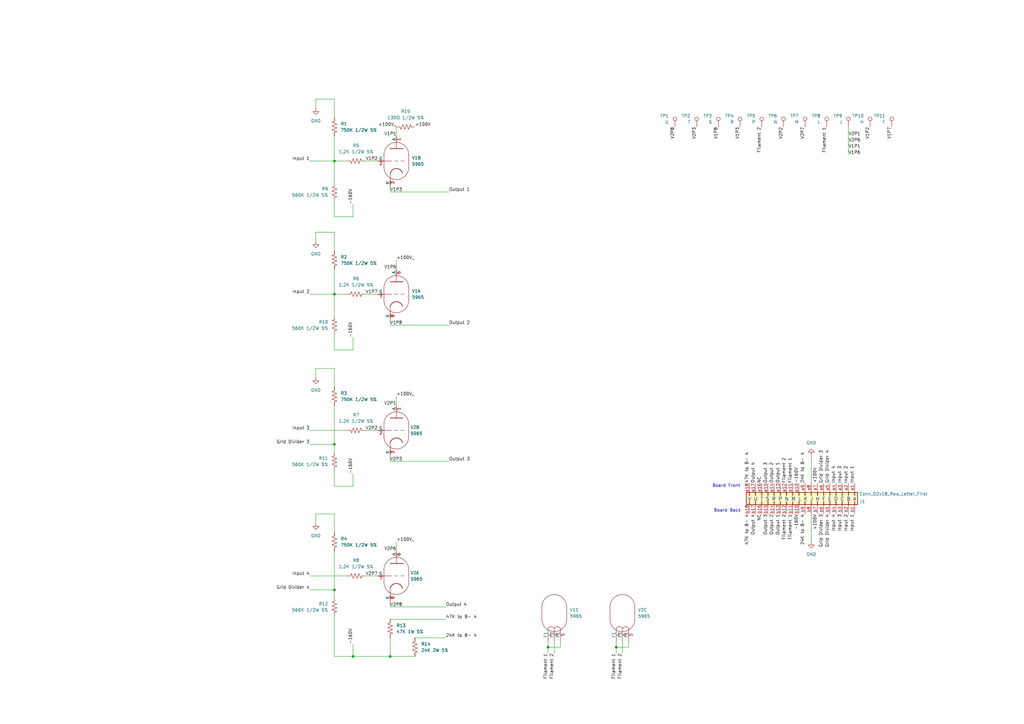
<source format=kicad_sch>
(kicad_sch (version 20211123) (generator eeschema)
  (paper "A3")
  (lib_symbols
    (symbol "Connector:TestPoint" (pin_numbers hide) (pin_names (offset 0.762) hide)
      (property "Reference" "TP" (at 0 6.858 0))
      (property "Value" "TestPoint" (at 0 5.08 0))
      (symbol "TestPoint_0_1"
        (circle (center 0 3.302) (radius 0.762))
      )
      (symbol "TestPoint_1_1"
        (pin passive line (at 0 0 90) (length 2.54) (name "1") (number "1"))
      )
    )
    (symbol "Connector_Generic:Conn_02x18_Row_Letter_First" (pin_names (offset 1.016) hide)
      (property "Reference" "J" (at 1.27 22.86 0))
      (property "Value" "Conn_02x18_Row_Letter_First" (at 1.27 -25.4 0))
      (symbol "Conn_02x18_Row_Letter_First_1_1"
        (rectangle (start -1.27 -22.733) (end 0 -22.987) (stroke (width 0.1524)))
        (rectangle (start -1.27 -20.193) (end 0 -20.447) (stroke (width 0.1524)))
        (rectangle (start -1.27 -17.653) (end 0 -17.907) (stroke (width 0.1524)))
        (rectangle (start -1.27 -15.113) (end 0 -15.367) (stroke (width 0.1524)))
        (rectangle (start -1.27 -12.573) (end 0 -12.827) (stroke (width 0.1524)))
        (rectangle (start -1.27 -10.033) (end 0 -10.287) (stroke (width 0.1524)))
        (rectangle (start -1.27 -7.493) (end 0 -7.747) (stroke (width 0.1524)))
        (rectangle (start -1.27 -4.953) (end 0 -5.207) (stroke (width 0.1524)))
        (rectangle (start -1.27 -2.413) (end 0 -2.667) (stroke (width 0.1524)))
        (rectangle (start -1.27 0.127) (end 0 -0.127) (stroke (width 0.1524)))
        (rectangle (start -1.27 2.667) (end 0 2.413) (stroke (width 0.1524)))
        (rectangle (start -1.27 5.207) (end 0 4.953) (stroke (width 0.1524)))
        (rectangle (start -1.27 7.747) (end 0 7.493) (stroke (width 0.1524)))
        (rectangle (start -1.27 10.287) (end 0 10.033) (stroke (width 0.1524)))
        (rectangle (start -1.27 12.827) (end 0 12.573) (stroke (width 0.1524)))
        (rectangle (start -1.27 15.367) (end 0 15.113) (stroke (width 0.1524)))
        (rectangle (start -1.27 17.907) (end 0 17.653) (stroke (width 0.1524)))
        (rectangle (start -1.27 20.447) (end 0 20.193) (stroke (width 0.1524)))
        (rectangle (start -1.27 21.59) (end 3.81 -24.13) (stroke (width 0.254)) (fill (type background)))
        (rectangle (start 3.81 -22.733) (end 2.54 -22.987) (stroke (width 0.1524)))
        (rectangle (start 3.81 -20.193) (end 2.54 -20.447) (stroke (width 0.1524)))
        (rectangle (start 3.81 -17.653) (end 2.54 -17.907) (stroke (width 0.1524)))
        (rectangle (start 3.81 -15.113) (end 2.54 -15.367) (stroke (width 0.1524)))
        (rectangle (start 3.81 -12.573) (end 2.54 -12.827) (stroke (width 0.1524)))
        (rectangle (start 3.81 -10.033) (end 2.54 -10.287) (stroke (width 0.1524)))
        (rectangle (start 3.81 -7.493) (end 2.54 -7.747) (stroke (width 0.1524)))
        (rectangle (start 3.81 -4.953) (end 2.54 -5.207) (stroke (width 0.1524)))
        (rectangle (start 3.81 -2.413) (end 2.54 -2.667) (stroke (width 0.1524)))
        (rectangle (start 3.81 0.127) (end 2.54 -0.127) (stroke (width 0.1524)))
        (rectangle (start 3.81 2.667) (end 2.54 2.413) (stroke (width 0.1524)))
        (rectangle (start 3.81 5.207) (end 2.54 4.953) (stroke (width 0.1524)))
        (rectangle (start 3.81 7.747) (end 2.54 7.493) (stroke (width 0.1524)))
        (rectangle (start 3.81 10.287) (end 2.54 10.033) (stroke (width 0.1524)))
        (rectangle (start 3.81 12.827) (end 2.54 12.573) (stroke (width 0.1524)))
        (rectangle (start 3.81 15.367) (end 2.54 15.113) (stroke (width 0.1524)))
        (rectangle (start 3.81 17.907) (end 2.54 17.653) (stroke (width 0.1524)))
        (rectangle (start 3.81 20.447) (end 2.54 20.193) (stroke (width 0.1524)))
        (pin passive line (at -5.08 20.32 0) (length 3.81) (name "Pin_a1") (number "a1"))
        (pin passive line (at -5.08 -2.54 0) (length 3.81) (name "Pin_a10") (number "a10"))
        (pin passive line (at -5.08 -5.08 0) (length 3.81) (name "Pin_a11") (number "a11"))
        (pin passive line (at -5.08 -7.62 0) (length 3.81) (name "Pin_a12") (number "a12"))
        (pin passive line (at -5.08 -10.16 0) (length 3.81) (name "Pin_a13") (number "a13"))
        (pin passive line (at -5.08 -12.7 0) (length 3.81) (name "Pin_a14") (number "a14"))
        (pin passive line (at -5.08 -15.24 0) (length 3.81) (name "Pin_a15") (number "a15"))
        (pin passive line (at -5.08 -17.78 0) (length 3.81) (name "Pin_a16") (number "a16"))
        (pin passive line (at -5.08 -20.32 0) (length 3.81) (name "Pin_a17") (number "a17"))
        (pin passive line (at -5.08 -22.86 0) (length 3.81) (name "Pin_a18") (number "a18"))
        (pin passive line (at -5.08 17.78 0) (length 3.81) (name "Pin_a2") (number "a2"))
        (pin passive line (at -5.08 15.24 0) (length 3.81) (name "Pin_a3") (number "a3"))
        (pin passive line (at -5.08 12.7 0) (length 3.81) (name "Pin_a4") (number "a4"))
        (pin passive line (at -5.08 10.16 0) (length 3.81) (name "Pin_a5") (number "a5"))
        (pin passive line (at -5.08 7.62 0) (length 3.81) (name "Pin_a6") (number "a6"))
        (pin passive line (at -5.08 5.08 0) (length 3.81) (name "Pin_a7") (number "a7"))
        (pin passive line (at -5.08 2.54 0) (length 3.81) (name "Pin_a8") (number "a8"))
        (pin passive line (at -5.08 0 0) (length 3.81) (name "Pin_a9") (number "a9"))
        (pin passive line (at 7.62 20.32 180) (length 3.81) (name "Pin_b1") (number "b1"))
        (pin passive line (at 7.62 -2.54 180) (length 3.81) (name "Pin_b10") (number "b10"))
        (pin passive line (at 7.62 -5.08 180) (length 3.81) (name "Pin_b11") (number "b11"))
        (pin passive line (at 7.62 -7.62 180) (length 3.81) (name "Pin_b12") (number "b12"))
        (pin passive line (at 7.62 -10.16 180) (length 3.81) (name "Pin_b13") (number "b13"))
        (pin passive line (at 7.62 -12.7 180) (length 3.81) (name "Pin_b14") (number "b14"))
        (pin passive line (at 7.62 -15.24 180) (length 3.81) (name "Pin_b15") (number "b15"))
        (pin passive line (at 7.62 -17.78 180) (length 3.81) (name "Pin_b16") (number "b16"))
        (pin passive line (at 7.62 -20.32 180) (length 3.81) (name "Pin_b17") (number "b17"))
        (pin passive line (at 7.62 -22.86 180) (length 3.81) (name "Pin_b18") (number "b18"))
        (pin passive line (at 7.62 17.78 180) (length 3.81) (name "Pin_b2") (number "b2"))
        (pin passive line (at 7.62 15.24 180) (length 3.81) (name "Pin_b3") (number "b3"))
        (pin passive line (at 7.62 12.7 180) (length 3.81) (name "Pin_b4") (number "b4"))
        (pin passive line (at 7.62 10.16 180) (length 3.81) (name "Pin_b5") (number "b5"))
        (pin passive line (at 7.62 7.62 180) (length 3.81) (name "Pin_b6") (number "b6"))
        (pin passive line (at 7.62 5.08 180) (length 3.81) (name "Pin_b7") (number "b7"))
        (pin passive line (at 7.62 2.54 180) (length 3.81) (name "Pin_b8") (number "b8"))
        (pin passive line (at 7.62 0 180) (length 3.81) (name "Pin_b9") (number "b9"))
      )
    )
    (symbol "Device:R_US" (pin_numbers hide) (pin_names (offset 0))
      (property "Reference" "R" (at 2.54 0 90))
      (property "Value" "R_US" (at -2.54 0 90))
      (symbol "R_US_0_1"
        (polyline (pts (xy 0 -2.286) (xy 0 -2.54)))
        (polyline (pts (xy 0 2.286) (xy 0 2.54)))
        (polyline (pts (xy 0 -0.762) (xy 1.016 -1.143) (xy 0 -1.524) (xy -1.016 -1.905) (xy 0 -2.286)))
        (polyline (pts (xy 0 0.762) (xy 1.016 0.381) (xy 0 0) (xy -1.016 -0.381) (xy 0 -0.762)))
        (polyline (pts (xy 0 2.286) (xy 1.016 1.905) (xy 0 1.524) (xy -1.016 1.143) (xy 0 0.762)))
      )
      (symbol "R_US_1_1"
        (pin passive line (at 0 3.81 270) (length 1.27) (name "~") (number "1"))
        (pin passive line (at 0 -3.81 90) (length 1.27) (name "~") (number "2"))
      )
    )
    (symbol "Valve:ECC81" (pin_names (offset 0))
      (property "Reference" "U" (at 3.302 7.874 0))
      (property "Value" "ECC81" (at 8.89 -7.62 0))
      (symbol "ECC81_0_1"
        (arc (start -5.08 -2.54) (mid 0 -7.62) (end 5.08 -2.54))
        (polyline (pts (xy 5.08 2.54) (xy 5.08 -2.54)))
        (polyline (pts (xy -5.08 2.54) (xy -5.08 -2.54) (xy -5.08 -2.54)))
        (arc (start 5.08 2.54) (mid 0 7.62) (end -5.08 2.54))
      )
      (symbol "ECC81_1_0"
        (polyline (pts (xy -2.54 -5.08) (xy -2.54 -7.62)))
        (polyline (pts (xy 0 5.08) (xy 0 7.62)))
      )
      (symbol "ECC81_1_1"
        (polyline (pts (xy -5.08 0) (xy -3.175 0)))
        (polyline (pts (xy -1.905 0) (xy -3.175 0)) (stroke (width 0.1524)))
        (polyline (pts (xy -0.635 0) (xy 0.635 0)) (stroke (width 0.1524)))
        (polyline (pts (xy 1.905 0) (xy 3.175 0)) (stroke (width 0.1524)))
        (polyline (pts (xy -2.54 5.08) (xy 2.794 5.08) (xy 2.794 5.08)) (stroke (width 0.254)))
        (arc (start 2.54 -5.08) (mid 0 -3.0968) (end -2.54 -5.08) (stroke (width 0.254)))
        (pin output line (at 0 10.16 270) (length 2.54) (name "A") (number "6"))
        (pin input line (at -7.62 0 0) (length 2.54) (name "G") (number "7"))
        (pin bidirectional line (at -2.54 -10.16 90) (length 2.54) (name "K") (number "8"))
      )
      (symbol "ECC81_2_0"
        (polyline (pts (xy -2.54 -5.08) (xy -2.54 -7.62)))
        (polyline (pts (xy 0 5.08) (xy 0 7.62)))
      )
      (symbol "ECC81_2_1"
        (polyline (pts (xy -5.08 0) (xy -3.175 0)))
        (polyline (pts (xy -1.905 0) (xy -3.175 0)) (stroke (width 0.1524)))
        (polyline (pts (xy -0.635 0) (xy 0.635 0)) (stroke (width 0.1524)))
        (polyline (pts (xy 1.905 0) (xy 3.175 0)) (stroke (width 0.1524)))
        (polyline (pts (xy -2.54 5.08) (xy 2.794 5.08) (xy 2.794 5.08)) (stroke (width 0.254)))
        (arc (start 2.54 -5.08) (mid 0 -3.0968) (end -2.54 -5.08) (stroke (width 0.254)))
        (pin output line (at 0 10.16 270) (length 2.54) (name "A") (number "1"))
        (pin input line (at -7.62 0 0) (length 2.54) (name "G") (number "2"))
        (pin bidirectional line (at -2.54 -10.16 90) (length 2.54) (name "K") (number "3"))
      )
      (symbol "ECC81_3_1"
        (arc (start 0 -6.35) (mid -1.27 -5.5651) (end -2.54 -6.35))
        (arc (start 2.54 -6.35) (mid 1.27 -5.5651) (end 0 -6.35))
        (pin power_in line (at -2.54 -11.43 90) (length 5.08) (name "F1") (number "4"))
        (pin power_in line (at 2.54 -11.43 90) (length 5.08) (name "F1") (number "5"))
        (pin power_in line (at 0 -11.43 90) (length 5.08) (name "F2") (number "9"))
      )
    )
    (symbol "power:GND" (power) (pin_names (offset 0))
      (property "Value" "GND" (at 0 -3.81 0))
      (symbol "GND_0_1"
        (polyline (pts (xy 0 0) (xy 0 -1.27) (xy 1.27 -1.27) (xy 0 -2.54) (xy -1.27 -1.27) (xy 0 -1.27)))
      )
      (symbol "GND_1_1"
        (pin power_in line (at 0 0 270) (length 0) hide (name "GND") (number "1"))
      )
    )
  )
  (junction (at 137.16 241.935))
  (junction (at 137.16 66.04))
  (junction (at 224.79 265.43))
  (junction (at 137.16 120.65))
  (junction (at 144.78 269.24))
  (junction (at 252.73 265.43))
  (junction (at 160.02 269.24))
  (junction (at 137.16 182.245))
  (wire (pts (xy 227.33 262.89) (xy 227.33 267.97)))
  (wire (pts (xy 137.16 55.88) (xy 137.16 66.04)))
  (wire (pts (xy 257.81 265.43) (xy 257.81 262.89)))
  (wire (pts (xy 137.16 137.16) (xy 137.16 143.51)))
  (wire (pts (xy 252.73 265.43) (xy 257.81 265.43)))
  (wire (pts (xy 224.79 265.43) (xy 229.87 265.43)))
  (wire (pts (xy 160.02 189.23) (xy 184.15 189.23)))
  (wire (pts (xy 137.16 40.64) (xy 129.54 40.64)))
  (wire (pts (xy 224.79 265.43) (xy 224.79 267.97)))
  (wire (pts (xy 137.16 252.73) (xy 137.16 269.24)))
  (wire (pts (xy 160.02 254) (xy 182.88 254)))
  (wire (pts (xy 137.16 151.13) (xy 129.54 151.13)))
  (wire (pts (xy 255.27 262.89) (xy 255.27 267.97)))
  (wire (pts (xy 144.78 83.82) (xy 144.78 88.9)))
  (wire (pts (xy 160.02 130.81) (xy 160.02 133.35)))
  (wire (pts (xy 137.16 199.39) (xy 144.78 199.39)))
  (wire (pts (xy 137.16 95.25) (xy 129.54 95.25)))
  (wire (pts (xy 162.56 222.25) (xy 162.56 226.06)))
  (wire (pts (xy 137.16 88.9) (xy 144.78 88.9)))
  (wire (pts (xy 137.16 226.06) (xy 137.16 241.935)))
  (wire (pts (xy 137.16 182.245) (xy 137.16 185.42)))
  (wire (pts (xy 149.86 120.65) (xy 154.94 120.65)))
  (wire (pts (xy 332.74 222.25) (xy 332.74 210.82)))
  (wire (pts (xy 160.02 269.24) (xy 170.18 269.24)))
  (wire (pts (xy 252.73 265.43) (xy 252.73 267.97)))
  (wire (pts (xy 229.87 265.43) (xy 229.87 262.89)))
  (wire (pts (xy 144.78 264.16) (xy 144.78 269.24)))
  (wire (pts (xy 144.78 194.31) (xy 144.78 199.39)))
  (wire (pts (xy 137.16 102.87) (xy 137.16 95.25)))
  (wire (pts (xy 160.02 76.2) (xy 160.02 78.74)))
  (wire (pts (xy 142.24 66.04) (xy 137.16 66.04)))
  (wire (pts (xy 160.02 269.24) (xy 144.78 269.24)))
  (wire (pts (xy 127 120.65) (xy 137.16 120.65)))
  (wire (pts (xy 160.02 133.35) (xy 184.15 133.35)))
  (wire (pts (xy 137.16 120.65) (xy 142.24 120.65)))
  (wire (pts (xy 149.86 236.22) (xy 154.94 236.22)))
  (wire (pts (xy 347.98 52.07) (xy 347.98 63.5)))
  (wire (pts (xy 252.73 262.89) (xy 252.73 265.43)))
  (wire (pts (xy 154.94 176.53) (xy 149.86 176.53)))
  (wire (pts (xy 162.56 162.56) (xy 162.56 166.37)))
  (wire (pts (xy 137.16 120.65) (xy 137.16 129.54)))
  (wire (pts (xy 160.02 261.62) (xy 160.02 269.24)))
  (wire (pts (xy 160.02 78.74) (xy 184.15 78.74)))
  (wire (pts (xy 127 182.245) (xy 137.16 182.245)))
  (wire (pts (xy 162.56 106.68) (xy 162.56 110.49)))
  (wire (pts (xy 137.16 166.37) (xy 137.16 182.245)))
  (wire (pts (xy 160.02 186.69) (xy 160.02 189.23)))
  (wire (pts (xy 129.54 40.64) (xy 129.54 44.45)))
  (wire (pts (xy 137.16 241.935) (xy 137.16 245.11)))
  (wire (pts (xy 127 236.22) (xy 142.24 236.22)))
  (wire (pts (xy 162.56 52.07) (xy 162.56 55.88)))
  (wire (pts (xy 137.16 218.44) (xy 137.16 210.82)))
  (wire (pts (xy 160.02 248.92) (xy 182.88 248.92)))
  (wire (pts (xy 129.54 210.82) (xy 129.54 214.63)))
  (wire (pts (xy 137.16 269.24) (xy 144.78 269.24)))
  (wire (pts (xy 224.79 262.89) (xy 224.79 265.43)))
  (wire (pts (xy 137.16 82.55) (xy 137.16 88.9)))
  (wire (pts (xy 137.16 48.26) (xy 137.16 40.64)))
  (wire (pts (xy 127 241.935) (xy 137.16 241.935)))
  (wire (pts (xy 332.74 186.69) (xy 332.74 198.12)))
  (wire (pts (xy 137.16 110.49) (xy 137.16 120.65)))
  (wire (pts (xy 137.16 210.82) (xy 129.54 210.82)))
  (wire (pts (xy 127 176.53) (xy 142.24 176.53)))
  (wire (pts (xy 160.02 248.92) (xy 160.02 246.38)))
  (wire (pts (xy 137.16 158.75) (xy 137.16 151.13)))
  (wire (pts (xy 137.16 193.04) (xy 137.16 199.39)))
  (wire (pts (xy 170.18 261.62) (xy 182.88 261.62)))
  (wire (pts (xy 137.16 66.04) (xy 137.16 74.93)))
  (wire (pts (xy 129.54 151.13) (xy 129.54 154.94)))
  (wire (pts (xy 137.16 143.51) (xy 144.78 143.51)))
  (wire (pts (xy 127 66.04) (xy 137.16 66.04)))
  (wire (pts (xy 144.78 138.43) (xy 144.78 143.51)))
  (wire (pts (xy 129.54 95.25) (xy 129.54 99.06)))
  (wire (pts (xy 154.94 66.04) (xy 149.86 66.04)))
  (text "Board Back" (at 292.735 210.185 0) (effects (font (size 1.27 1.27)) (justify left bottom)))
  (text "Board Front" (at 292.1 200.025 0) (effects (font (size 1.27 1.27)) (justify left bottom)))
  (text "V U T S R P N M L K J H F E D C B A" (at 306.705 205.74 0) (effects (font (size 1.48 1.48)) (justify left bottom)))
  (label "Output 3" (at 314.96 210.82 270))
  (label "V2P7" (at 154.94 236.22 180))
  (label "Input 2" (at 347.98 198.12 90))
  (label "Output 2" (at 317.5 198.12 90))
  (label "47K to B- 4" (at 182.88 254 0))
  (label "24K to B- 4" (at 182.88 261.62 0))
  (label "-160V" (at 327.66 210.82 270))
  (label "Filament 2" (at 255.27 267.97 270))
  (label "Grid Divider 4" (at 127 241.935 180))
  (label "Output 3" (at 184.15 189.23 0))
  (label "V2P1" (at 347.98 55.88 0))
  (label "Grid Divider 4" (at 340.36 210.82 270))
  (label "Input 4" (at 342.9 198.12 90))
  (label "Output 4" (at 182.88 248.92 0))
  (label "-160V" (at 144.78 138.43 90))
  (label "Input 3" (at 345.44 210.82 270))
  (label "Output 4" (at 309.88 198.12 90))
  (label "-160V" (at 144.78 264.16 90))
  (label "Input 1" (at 127 66.04 180))
  (label "V2P6" (at 162.56 226.06 180))
  (label "Filament 2" (at 312.42 52.07 270))
  (label "V2P3" (at 285.75 52.07 270))
  (label "Grid Divider 3" (at 337.82 198.12 90))
  (label "Filament 1" (at 339.09 52.07 270))
  (label "Filament 1" (at 224.79 267.97 270))
  (label "24K to B- 4" (at 330.2 198.12 90))
  (label "Filament 1" (at 252.73 267.97 270))
  (label "Grid Divider 4" (at 340.36 198.12 90))
  (label "Input 4" (at 127 236.22 180))
  (label "Output 2" (at 317.5 210.82 270))
  (label "-160V" (at 144.78 194.31 90))
  (label "V1P2" (at 356.87 52.07 270))
  (label "Output 2" (at 184.15 133.35 0))
  (label "Filament 2" (at 227.33 267.97 270))
  (label "V2P8" (at 160.02 248.92 0))
  (label "V1P3" (at 160.02 78.74 0))
  (label "+100V" (at 170.18 52.07 0))
  (label "Filament 2" (at 322.58 210.82 270))
  (label "Output 1" (at 320.04 210.82 270))
  (label "V1P1" (at 162.56 55.88 180))
  (label "V2P3" (at 160.02 189.23 0))
  (label "Filament 1" (at 325.12 198.12 90))
  (label "Output 3" (at 314.96 198.12 90))
  (label "V1P1" (at 347.98 60.96 0))
  (label "Grid Divider 3" (at 127 182.245 180))
  (label "Output 1" (at 184.15 78.74 0))
  (label "Input 2" (at 127 120.65 180))
  (label "Filament 1" (at 325.12 210.82 270))
  (label "V1P8" (at 160.02 133.35 0))
  (label "47K to B- 4" (at 307.34 210.82 270))
  (label "V1P6" (at 162.56 110.49 180))
  (label "+100V_" (at 162.56 222.25 0))
  (label "V2P1" (at 162.56 166.37 180))
  (label "NC" (at 312.42 210.82 270))
  (label "V1P6" (at 347.98 63.5 0))
  (label "-160V" (at 327.66 198.12 90))
  (label "+100V_" (at 162.56 162.56 0))
  (label "V2P6" (at 347.98 58.42 0))
  (label "Input 3" (at 127 176.53 180))
  (label "V1P7" (at 154.94 120.65 180))
  (label "V1P3" (at 303.53 52.07 270))
  (label "V1P8" (at 294.64 52.07 270))
  (label "+100V" (at 335.28 210.82 270))
  (label "Filament 2" (at 322.58 198.12 90))
  (label "V2P2" (at 321.31 52.07 270))
  (label "V1P2" (at 154.94 66.04 180))
  (label "V2P7" (at 330.2 52.07 270))
  (label "V1P7" (at 365.76 52.07 270))
  (label "Input 3" (at 345.44 198.12 90))
  (label "Input 1" (at 350.52 198.12 90))
  (label "Input 1" (at 350.52 210.82 270))
  (label "Output 4" (at 309.88 210.82 270))
  (label "V2P8" (at 276.86 52.07 270))
  (label "Input 4" (at 342.9 210.82 270))
  (label "V2P2" (at 154.94 176.53 180))
  (label "NC" (at 312.42 198.12 90))
  (label "-160V" (at 144.78 83.82 90))
  (label "Grid Divider 3" (at 337.82 210.82 270))
  (label "+100V_" (at 162.56 106.68 0))
  (label "Output 1" (at 320.04 198.12 90))
  (label "+100V" (at 335.28 198.12 90))
  (label "47K to B- 4" (at 307.34 198.12 90))
  (label "+100V_" (at 162.56 52.07 180))
  (label "24K to B- 4" (at 330.2 210.82 270))
  (label "Input 2" (at 347.98 210.82 270))
  (symbol (lib_id "Device:R_US") (at 146.05 120.65 270) (unit 1)
    (property "Reference" "R6" (at 146.05 114.3 90))
    (property "Value" "1.2K 1/2W 5%" (at 146.05 116.84 90))
    (property "Footprint" "Resistor_THT:R_Axial_DIN0309_L9.0mm_D3.2mm_P15.24mm_Horizontal" (effects hide))
  )
  (symbol (lib_id "Device:R_US") (at 160.02 257.81 0) (mirror y) (unit 1)
    (property "Reference" "R13" (at 162.56 256.5399 0) (effects (justify right)))
    (property "Value" "47K 1W 5%" (at 162.56 259.0799 0) (effects (justify right)))
    (property "Footprint" "Resistor_THT:R_Axial_DIN0516_L15.5mm_D5.0mm_P20.32mm_Horizontal" (effects hide))
  )
  (symbol (lib_id "Device:R_US") (at 137.16 133.35 0) (mirror x) (unit 1)
    (property "Reference" "R10" (at 134.62 132.0799 0) (effects (justify right)))
    (property "Value" "560K 1/2W 5%" (at 134.62 134.6199 0) (effects (justify right)))
    (property "Footprint" "Resistor_THT:R_Axial_DIN0309_L9.0mm_D3.2mm_P15.24mm_Horizontal" (effects hide))
  )
  (symbol (lib_id "Device:R_US") (at 137.16 52.07 0) (mirror y) (unit 1)
    (property "Reference" "R1" (at 139.7 50.7999 0) (effects (justify right)))
    (property "Value" "750K 1/2W 5%" (at 139.7 53.3399 0) (effects (justify right)))
    (property "Footprint" "Resistor_THT:R_Axial_DIN0309_L9.0mm_D3.2mm_P15.24mm_Horizontal" (effects hide))
  )
  (symbol (lib_id "Device:R_US") (at 137.16 222.25 0) (mirror y) (unit 1)
    (property "Reference" "R4" (at 139.7 220.9799 0) (effects (justify right)))
    (property "Value" "750K 1/2W 5%" (at 139.7 223.5199 0) (effects (justify right)))
    (property "Footprint" "Resistor_THT:R_Axial_DIN0309_L9.0mm_D3.2mm_P15.24mm_Horizontal" (effects hide))
  )
  (symbol (lib_id "Connector_Generic:Conn_02x18_Row_Letter_First") (at 330.2 203.2 270) (unit 1)
    (property "Reference" "J1" (at 353.695 205.74 90))
    (property "Value" "Conn_02x18_Row_Letter_First" (at 366.395 202.565 90))
    (property "Footprint" "Bendix_G15:Card_Edge_T_Key" (effects hide))
  )
  (symbol (lib_id "Connector:TestPoint") (at 339.09 52.07 0) (mirror y) (unit 1)
    (property "Reference" "TP8" (at 336.55 47.4979 0) (effects (justify left)))
    (property "Value" "L" (at 336.55 50.0379 0) (effects (justify left)))
    (property "Footprint" "TestPoint:TestPoint_Plated_Hole_D2.0mm" (effects hide))
  )
  (symbol (lib_id "power:GND") (at 332.74 186.69 180) (unit 1)
    (property "Reference" "#PWR0101" (effects hide))
    (property "Value" "GND" (at 332.74 181.61 0))
  )
  (symbol (lib_id "Device:R_US") (at 146.05 236.22 270) (unit 1)
    (property "Reference" "R8" (at 146.05 229.87 90))
    (property "Value" "1.2K 1/2W 5%" (at 146.05 232.41 90))
    (property "Footprint" "Resistor_THT:R_Axial_DIN0309_L9.0mm_D3.2mm_P15.24mm_Horizontal" (effects hide))
  )
  (symbol (lib_id "Device:R_US") (at 137.16 106.68 0) (mirror y) (unit 1)
    (property "Reference" "R2" (at 139.7 105.4099 0) (effects (justify right)))
    (property "Value" "750K 1/2W 5%" (at 139.7 107.9499 0) (effects (justify right)))
    (property "Footprint" "Resistor_THT:R_Axial_DIN0309_L9.0mm_D3.2mm_P15.24mm_Horizontal" (effects hide))
  )
  (symbol (lib_id "Connector:TestPoint") (at 321.31 52.07 0) (mirror y) (unit 1)
    (property "Reference" "TP6" (at 318.77 47.4979 0) (effects (justify left)))
    (property "Value" "N" (at 318.77 50.0379 0) (effects (justify left)))
    (property "Footprint" "TestPoint:TestPoint_Plated_Hole_D2.0mm" (effects hide))
  )
  (symbol (lib_id "Connector:TestPoint") (at 294.64 52.07 0) (mirror y) (unit 1)
    (property "Reference" "TP3" (at 292.1 47.4979 0) (effects (justify left)))
    (property "Value" "S" (at 292.1 50.0379 0) (effects (justify left)))
    (property "Footprint" "TestPoint:TestPoint_Plated_Hole_D2.0mm" (effects hide))
  )
  (symbol (lib_id "Valve:ECC81") (at 162.56 176.53 0) (unit 2)
    (property "Reference" "V2" (at 168.275 175.2599 0) (effects (justify left)))
    (property "Value" "5965" (at 168.275 177.7999 0) (effects (justify left)))
    (property "Datasheet" "http://www.r-type.org/pdfs/ecc81.pdf" (effects hide))
  )
  (symbol (lib_id "Device:R_US") (at 166.37 52.07 90) (mirror x) (unit 1)
    (property "Reference" "R15" (at 166.37 45.72 90))
    (property "Value" "130Ω 1/2W 5%" (at 166.37 48.26 90))
    (property "Footprint" "Resistor_THT:R_Axial_DIN0309_L9.0mm_D3.2mm_P15.24mm_Horizontal" (effects hide))
  )
  (symbol (lib_id "Valve:ECC81") (at 227.33 251.46 0) (unit 3)
    (property "Reference" "V1" (at 233.68 250.1899 0) (effects (justify left)))
    (property "Value" "5965" (at 233.68 252.7299 0) (effects (justify left)))
    (property "Datasheet" "http://www.r-type.org/pdfs/ecc81.pdf" (effects hide))
  )
  (symbol (lib_id "power:GND") (at 332.74 222.25 0) (unit 1)
    (property "Reference" "#PWR0102" (effects hide))
    (property "Value" "GND" (at 332.74 227.33 0))
  )
  (symbol (lib_id "Valve:ECC81") (at 162.56 236.22 0) (unit 1)
    (property "Reference" "V2" (at 168.275 234.9499 0) (effects (justify left)))
    (property "Value" "5965" (at 168.275 237.4899 0) (effects (justify left)))
    (property "Datasheet" "http://www.r-type.org/pdfs/ecc81.pdf" (effects hide))
  )
  (symbol (lib_id "Device:R_US") (at 137.16 189.23 0) (mirror x) (unit 1)
    (property "Reference" "R11" (at 134.62 187.9599 0) (effects (justify right)))
    (property "Value" "560K 1/2W 5%" (at 134.62 190.4999 0) (effects (justify right)))
    (property "Footprint" "Resistor_THT:R_Axial_DIN0309_L9.0mm_D3.2mm_P15.24mm_Horizontal" (effects hide))
  )
  (symbol (lib_id "Device:R_US") (at 137.16 162.56 0) (mirror y) (unit 1)
    (property "Reference" "R3" (at 139.7 161.2899 0) (effects (justify right)))
    (property "Value" "750K 1/2W 5%" (at 139.7 163.8299 0) (effects (justify right)))
    (property "Footprint" "Resistor_THT:R_Axial_DIN0309_L9.0mm_D3.2mm_P15.24mm_Horizontal" (effects hide))
  )
  (symbol (lib_id "Valve:ECC81") (at 162.56 66.04 0) (unit 2)
    (property "Reference" "V1" (at 168.91 64.7699 0) (effects (justify left)))
    (property "Value" "5965" (at 168.91 67.3099 0) (effects (justify left)))
    (property "Datasheet" "http://www.r-type.org/pdfs/ecc81.pdf" (effects hide))
  )
  (symbol (lib_id "Device:R_US") (at 170.18 265.43 0) (mirror y) (unit 1)
    (property "Reference" "R14" (at 172.72 264.1599 0) (effects (justify right)))
    (property "Value" "24K 2W 5%" (at 172.72 266.6999 0) (effects (justify right)))
    (property "Footprint" "Resistor_THT:R_Axial_DIN0918_L18.0mm_D9.0mm_P25.40mm_Horizontal" (effects hide))
  )
  (symbol (lib_id "power:GND") (at 129.54 214.63 0) (unit 1)
    (property "Reference" "#PWR0103" (effects hide))
    (property "Value" "GND" (at 129.54 219.71 0))
  )
  (symbol (lib_id "Valve:ECC81") (at 162.56 120.65 0) (unit 1)
    (property "Reference" "V1" (at 168.91 119.3799 0) (effects (justify left)))
    (property "Value" "5965" (at 168.91 121.9199 0) (effects (justify left)))
    (property "Datasheet" "http://www.r-type.org/pdfs/ecc81.pdf" (effects hide))
  )
  (symbol (lib_id "Connector:TestPoint") (at 285.75 52.07 0) (mirror y) (unit 1)
    (property "Reference" "TP2" (at 283.21 47.4979 0) (effects (justify left)))
    (property "Value" "T" (at 283.21 50.0379 0) (effects (justify left)))
    (property "Footprint" "TestPoint:TestPoint_Plated_Hole_D2.0mm" (effects hide))
  )
  (symbol (lib_id "Connector:TestPoint") (at 303.53 52.07 0) (mirror y) (unit 1)
    (property "Reference" "TP4" (at 300.99 47.4979 0) (effects (justify left)))
    (property "Value" "R" (at 300.99 50.0379 0) (effects (justify left)))
    (property "Footprint" "TestPoint:TestPoint_Plated_Hole_D2.0mm" (effects hide))
  )
  (symbol (lib_id "Valve:ECC81") (at 255.27 251.46 0) (unit 3)
    (property "Reference" "V2" (at 261.62 250.1899 0) (effects (justify left)))
    (property "Value" "5965" (at 261.62 252.7299 0) (effects (justify left)))
    (property "Datasheet" "http://www.r-type.org/pdfs/ecc81.pdf" (effects hide))
  )
  (symbol (lib_id "Device:R_US") (at 146.05 66.04 90) (mirror x) (unit 1)
    (property "Reference" "R5" (at 146.05 59.69 90))
    (property "Value" "1.2K 1/2W 5%" (at 146.05 62.23 90))
    (property "Footprint" "Resistor_THT:R_Axial_DIN0309_L9.0mm_D3.2mm_P15.24mm_Horizontal" (effects hide))
  )
  (symbol (lib_id "power:GND") (at 129.54 99.06 0) (unit 1)
    (property "Reference" "#PWR0106" (effects hide))
    (property "Value" "GND" (at 129.54 104.14 0))
  )
  (symbol (lib_id "Connector:TestPoint") (at 312.42 52.07 0) (mirror y) (unit 1)
    (property "Reference" "TP5" (at 309.88 47.4979 0) (effects (justify left)))
    (property "Value" "P" (at 309.88 50.0379 0) (effects (justify left)))
    (property "Footprint" "TestPoint:TestPoint_Plated_Hole_D2.0mm" (effects hide))
  )
  (symbol (lib_id "Connector:TestPoint") (at 365.76 52.07 0) (mirror y) (unit 1)
    (property "Reference" "TP11" (at 363.22 47.4979 0) (effects (justify left)))
    (property "Value" "F" (at 363.22 50.0379 0) (effects (justify left)))
    (property "Footprint" "TestPoint:TestPoint_Plated_Hole_D2.0mm" (effects hide))
  )
  (symbol (lib_id "power:GND") (at 129.54 44.45 0) (unit 1)
    (property "Reference" "#PWR0105" (effects hide))
    (property "Value" "GND" (at 129.54 49.53 0))
  )
  (symbol (lib_id "power:GND") (at 129.54 154.94 0) (unit 1)
    (property "Reference" "#PWR0104" (effects hide))
    (property "Value" "GND" (at 129.54 160.02 0))
  )
  (symbol (lib_id "Connector:TestPoint") (at 330.2 52.07 0) (mirror y) (unit 1)
    (property "Reference" "TP7" (at 327.66 47.4979 0) (effects (justify left)))
    (property "Value" "M" (at 327.66 50.0379 0) (effects (justify left)))
    (property "Footprint" "TestPoint:TestPoint_Plated_Hole_D2.0mm" (effects hide))
  )
  (symbol (lib_id "Device:R_US") (at 137.16 248.92 0) (mirror x) (unit 1)
    (property "Reference" "R12" (at 134.62 247.6499 0) (effects (justify right)))
    (property "Value" "560K 1/2W 5%" (at 134.62 250.1899 0) (effects (justify right)))
    (property "Footprint" "Resistor_THT:R_Axial_DIN0309_L9.0mm_D3.2mm_P15.24mm_Horizontal" (effects hide))
  )
  (symbol (lib_id "Device:R_US") (at 137.16 78.74 0) (mirror x) (unit 1)
    (property "Reference" "R9" (at 134.62 77.4699 0) (effects (justify right)))
    (property "Value" "560K 1/2W 5%" (at 134.62 80.0099 0) (effects (justify right)))
    (property "Footprint" "Resistor_THT:R_Axial_DIN0309_L9.0mm_D3.2mm_P15.24mm_Horizontal" (effects hide))
  )
  (symbol (lib_id "Connector:TestPoint") (at 276.86 52.07 0) (mirror y) (unit 1)
    (property "Reference" "TP1" (at 274.32 47.4979 0) (effects (justify left)))
    (property "Value" "U" (at 274.32 50.0379 0) (effects (justify left)))
    (property "Footprint" "TestPoint:TestPoint_Plated_Hole_D2.0mm" (effects hide))
  )
  (symbol (lib_id "Connector:TestPoint") (at 356.87 52.07 0) (mirror y) (unit 1)
    (property "Reference" "TP10" (at 354.33 47.4979 0) (effects (justify left)))
    (property "Value" "H" (at 354.33 50.0379 0) (effects (justify left)))
    (property "Footprint" "TestPoint:TestPoint_Plated_Hole_D2.0mm" (effects hide))
  )
  (symbol (lib_id "Device:R_US") (at 146.05 176.53 90) (mirror x) (unit 1)
    (property "Reference" "R7" (at 146.05 170.18 90))
    (property "Value" "1.2K 1/2W 5%" (at 146.05 172.72 90))
    (property "Footprint" "Resistor_THT:R_Axial_DIN0309_L9.0mm_D3.2mm_P15.24mm_Horizontal" (effects hide))
  )
  (symbol (lib_id "Connector:TestPoint") (at 347.98 52.07 0) (mirror y) (unit 1)
    (property "Reference" "TP9" (at 345.44 47.4979 0) (effects (justify left)))
    (property "Value" "J" (at 345.44 50.0379 0) (effects (justify left)))
    (property "Footprint" "TestPoint:TestPoint_Plated_Hole_D2.0mm" (effects hide))
  )
)
</source>
